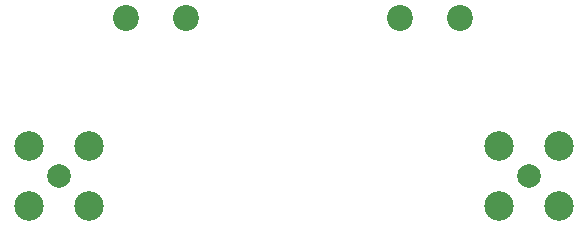
<source format=gbp>
G04 #@! TF.GenerationSoftware,KiCad,Pcbnew,(6.0.7)*
G04 #@! TF.CreationDate,2022-10-20T22:45:04-03:00*
G04 #@! TF.ProjectId,BIAS-T,42494153-2d54-42e6-9b69-6361645f7063,rev?*
G04 #@! TF.SameCoordinates,Original*
G04 #@! TF.FileFunction,Paste,Bot*
G04 #@! TF.FilePolarity,Positive*
%FSLAX46Y46*%
G04 Gerber Fmt 4.6, Leading zero omitted, Abs format (unit mm)*
G04 Created by KiCad (PCBNEW (6.0.7)) date 2022-10-20 22:45:04*
%MOMM*%
%LPD*%
G01*
G04 APERTURE LIST*
%ADD10C,2.000000*%
%ADD11C,2.500000*%
%ADD12C,2.200000*%
G04 APERTURE END LIST*
D10*
X130216500Y-104521000D03*
D11*
X127666500Y-101971000D03*
X127666500Y-107071000D03*
X132766500Y-107071000D03*
X132766500Y-101971000D03*
D12*
X140970000Y-91205000D03*
X135890000Y-91205000D03*
D10*
X170011500Y-104521000D03*
D11*
X172561500Y-107071000D03*
X172561500Y-101971000D03*
X167461500Y-101971000D03*
X167461500Y-107071000D03*
D12*
X164211000Y-91205000D03*
X159131000Y-91205000D03*
M02*

</source>
